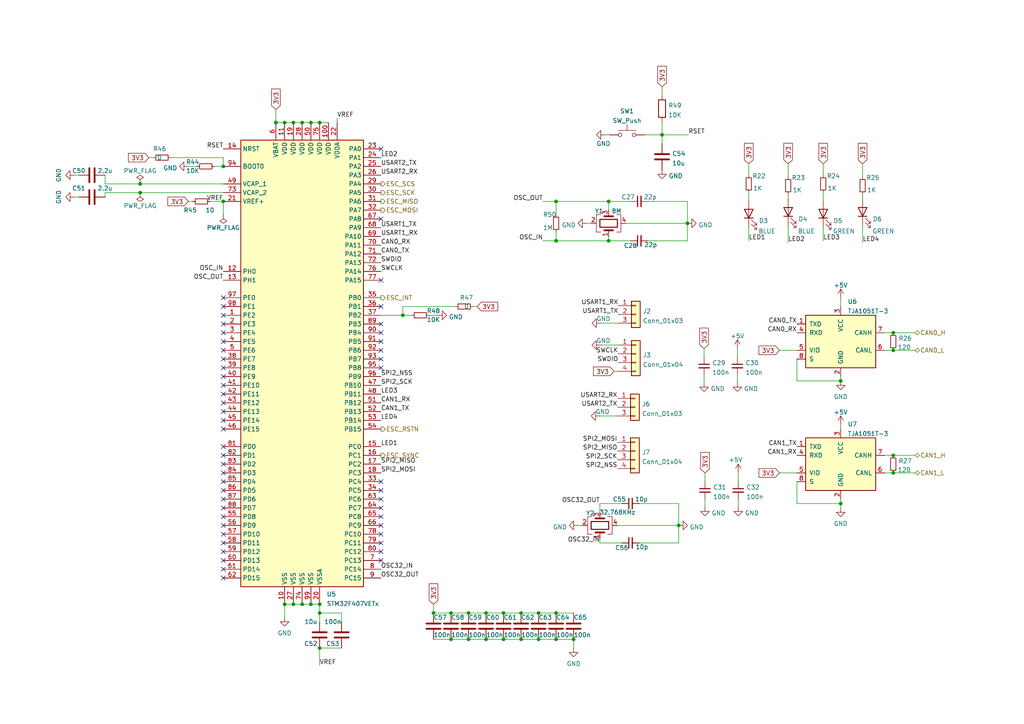
<source format=kicad_sch>
(kicad_sch (version 20211123) (generator eeschema)
  (paper "A4")
  (lib_symbols
    (symbol "Connector_Generic:Conn_01x03" (pin_names (offset 1.016) hide)
      (property "Reference" "J" (at 0 5.08 0))
      (property "Value" "Conn_01x03" (at 0 -5.08 0))
      (symbol "Conn_01x03_1_1"
        (rectangle (start -1.27 -2.413) (end 0 -2.667) (stroke (width 0.1524)))
        (rectangle (start -1.27 0.127) (end 0 -0.127) (stroke (width 0.1524)))
        (rectangle (start -1.27 2.667) (end 0 2.413) (stroke (width 0.1524)))
        (rectangle (start -1.27 3.81) (end 1.27 -3.81) (stroke (width 0.254)) (fill (type background)))
        (pin passive line (at -5.08 2.54 0) (length 3.81) (name "Pin_1") (number "1"))
        (pin passive line (at -5.08 0 0) (length 3.81) (name "Pin_2") (number "2"))
        (pin passive line (at -5.08 -2.54 0) (length 3.81) (name "Pin_3") (number "3"))
      )
    )
    (symbol "Connector_Generic:Conn_01x04" (pin_names (offset 1.016) hide)
      (property "Reference" "J" (at 0 5.08 0))
      (property "Value" "Conn_01x04" (at 0 -7.62 0))
      (symbol "Conn_01x04_1_1"
        (rectangle (start -1.27 -4.953) (end 0 -5.207) (stroke (width 0.1524)))
        (rectangle (start -1.27 -2.413) (end 0 -2.667) (stroke (width 0.1524)))
        (rectangle (start -1.27 0.127) (end 0 -0.127) (stroke (width 0.1524)))
        (rectangle (start -1.27 2.667) (end 0 2.413) (stroke (width 0.1524)))
        (rectangle (start -1.27 3.81) (end 1.27 -6.35) (stroke (width 0.254)) (fill (type background)))
        (pin passive line (at -5.08 2.54 0) (length 3.81) (name "Pin_1") (number "1"))
        (pin passive line (at -5.08 0 0) (length 3.81) (name "Pin_2") (number "2"))
        (pin passive line (at -5.08 -2.54 0) (length 3.81) (name "Pin_3") (number "3"))
        (pin passive line (at -5.08 -5.08 0) (length 3.81) (name "Pin_4") (number "4"))
      )
    )
    (symbol "Device:C" (pin_numbers hide) (pin_names (offset 0.254))
      (property "Reference" "C" (at 0.635 2.54 0))
      (property "Value" "C" (at 0.635 -2.54 0))
      (symbol "C_0_1"
        (polyline (pts (xy -2.032 -0.762) (xy 2.032 -0.762)) (stroke (width 0.508)))
        (polyline (pts (xy -2.032 0.762) (xy 2.032 0.762)) (stroke (width 0.508)))
      )
      (symbol "C_1_1"
        (pin passive line (at 0 3.81 270) (length 2.794) (name "~") (number "1"))
        (pin passive line (at 0 -3.81 90) (length 2.794) (name "~") (number "2"))
      )
    )
    (symbol "Device:C_Small" (pin_numbers hide) (pin_names (offset 0.254) hide)
      (property "Reference" "C" (at 0.254 1.778 0))
      (property "Value" "C_Small" (at 0.254 -2.032 0))
      (symbol "C_Small_0_1"
        (polyline (pts (xy -1.524 -0.508) (xy 1.524 -0.508)) (stroke (width 0.3302)))
        (polyline (pts (xy -1.524 0.508) (xy 1.524 0.508)) (stroke (width 0.3048)))
      )
      (symbol "C_Small_1_1"
        (pin passive line (at 0 2.54 270) (length 2.032) (name "~") (number "1"))
        (pin passive line (at 0 -2.54 90) (length 2.032) (name "~") (number "2"))
      )
    )
    (symbol "Device:Crystal_GND24" (pin_names (offset 1.016) hide)
      (property "Reference" "Y" (at 3.175 5.08 0))
      (property "Value" "Crystal_GND24" (at 3.175 3.175 0))
      (symbol "Crystal_GND24_0_1"
        (rectangle (start -1.143 2.54) (end 1.143 -2.54) (stroke (width 0.3048)))
        (polyline (pts (xy -2.54 0) (xy -2.032 0)))
        (polyline (pts (xy -2.032 -1.27) (xy -2.032 1.27)) (stroke (width 0.508)))
        (polyline (pts (xy 0 -3.81) (xy 0 -3.556)))
        (polyline (pts (xy 0 3.556) (xy 0 3.81)))
        (polyline (pts (xy 2.032 -1.27) (xy 2.032 1.27)) (stroke (width 0.508)))
        (polyline (pts (xy 2.032 0) (xy 2.54 0)))
        (polyline (pts (xy -2.54 -2.286) (xy -2.54 -3.556) (xy 2.54 -3.556) (xy 2.54 -2.286)))
        (polyline (pts (xy -2.54 2.286) (xy -2.54 3.556) (xy 2.54 3.556) (xy 2.54 2.286)))
      )
      (symbol "Crystal_GND24_1_1"
        (pin passive line (at -3.81 0 0) (length 1.27) (name "1") (number "1"))
        (pin passive line (at 0 5.08 270) (length 1.27) (name "2") (number "2"))
        (pin passive line (at 3.81 0 180) (length 1.27) (name "3") (number "3"))
        (pin passive line (at 0 -5.08 90) (length 1.27) (name "4") (number "4"))
      )
    )
    (symbol "Device:LED" (pin_numbers hide) (pin_names (offset 1.016) hide)
      (property "Reference" "D" (at 0 2.54 0))
      (property "Value" "LED" (at 0 -2.54 0))
      (symbol "LED_0_1"
        (polyline (pts (xy -1.27 -1.27) (xy -1.27 1.27)) (stroke (width 0.254)))
        (polyline (pts (xy -1.27 0) (xy 1.27 0)))
        (polyline (pts (xy 1.27 -1.27) (xy 1.27 1.27) (xy -1.27 0) (xy 1.27 -1.27)) (stroke (width 0.254)))
        (polyline (pts (xy -3.048 -0.762) (xy -4.572 -2.286) (xy -3.81 -2.286) (xy -4.572 -2.286) (xy -4.572 -1.524)))
        (polyline (pts (xy -1.778 -0.762) (xy -3.302 -2.286) (xy -2.54 -2.286) (xy -3.302 -2.286) (xy -3.302 -1.524)))
      )
      (symbol "LED_1_1"
        (pin passive line (at -3.81 0 0) (length 2.54) (name "K") (number "1"))
        (pin passive line (at 3.81 0 180) (length 2.54) (name "A") (number "2"))
      )
    )
    (symbol "Device:R" (pin_numbers hide) (pin_names (offset 0))
      (property "Reference" "R" (at 2.032 0 90))
      (property "Value" "R" (at 0 0 90))
      (symbol "R_0_1"
        (rectangle (start -1.016 -2.54) (end 1.016 2.54) (stroke (width 0.254)))
      )
      (symbol "R_1_1"
        (pin passive line (at 0 3.81 270) (length 1.27) (name "~") (number "1"))
        (pin passive line (at 0 -3.81 90) (length 1.27) (name "~") (number "2"))
      )
    )
    (symbol "Device:R_Small" (pin_numbers hide) (pin_names (offset 0.254) hide)
      (property "Reference" "R" (at 0.762 0.508 0))
      (property "Value" "R_Small" (at 0.762 -1.016 0))
      (symbol "R_Small_0_1"
        (rectangle (start -0.762 1.778) (end 0.762 -1.778) (stroke (width 0.2032)))
      )
      (symbol "R_Small_1_1"
        (pin passive line (at 0 2.54 270) (length 0.762) (name "~") (number "1"))
        (pin passive line (at 0 -2.54 90) (length 0.762) (name "~") (number "2"))
      )
    )
    (symbol "Interface_CAN_LIN:TJA1051T-3" (pin_names (offset 1.016))
      (property "Reference" "U" (at -10.16 8.89 0))
      (property "Value" "TJA1051T-3" (at 1.27 8.89 0))
      (symbol "TJA1051T-3_0_1"
        (rectangle (start -10.16 7.62) (end 10.16 -7.62) (stroke (width 0.254)) (fill (type background)))
      )
      (symbol "TJA1051T-3_1_1"
        (pin input line (at -12.7 5.08 0) (length 2.54) (name "TXD") (number "1"))
        (pin power_in line (at 0 -10.16 90) (length 2.54) (name "GND") (number "2"))
        (pin power_in line (at 0 10.16 270) (length 2.54) (name "VCC") (number "3"))
        (pin output line (at -12.7 2.54 0) (length 2.54) (name "RXD") (number "4"))
        (pin power_in line (at -12.7 -2.54 0) (length 2.54) (name "VIO") (number "5"))
        (pin bidirectional line (at 12.7 -2.54 180) (length 2.54) (name "CANL") (number "6"))
        (pin bidirectional line (at 12.7 2.54 180) (length 2.54) (name "CANH") (number "7"))
        (pin input line (at -12.7 -5.08 0) (length 2.54) (name "S") (number "8"))
      )
    )
    (symbol "MCU_ST_STM32F4:STM32F407VETx"
      (property "Reference" "U" (at -17.78 64.77 0))
      (property "Value" "STM32F407VETx" (at 12.7 64.77 0))
      (symbol "STM32F407VETx_0_1"
        (rectangle (start -17.78 -66.04) (end 17.78 63.5) (stroke (width 0.254)) (fill (type background)))
      )
      (symbol "STM32F407VETx_1_1"
        (pin bidirectional line (at -22.86 12.7 0) (length 5.08) (name "PE2") (number "1"))
        (pin power_in line (at -5.08 -71.12 90) (length 5.08) (name "VSS") (number "10"))
        (pin power_in line (at 7.62 68.58 270) (length 5.08) (name "VDD") (number "100"))
        (pin power_in line (at -5.08 68.58 270) (length 5.08) (name "VDD") (number "11"))
        (pin input line (at -22.86 25.4 0) (length 5.08) (name "PH0") (number "12"))
        (pin input line (at -22.86 22.86 0) (length 5.08) (name "PH1") (number "13"))
        (pin input line (at -22.86 60.96 0) (length 5.08) (name "NRST") (number "14"))
        (pin bidirectional line (at 22.86 -25.4 180) (length 5.08) (name "PC0") (number "15"))
        (pin bidirectional line (at 22.86 -27.94 180) (length 5.08) (name "PC1") (number "16"))
        (pin bidirectional line (at 22.86 -30.48 180) (length 5.08) (name "PC2") (number "17"))
        (pin bidirectional line (at 22.86 -33.02 180) (length 5.08) (name "PC3") (number "18"))
        (pin power_in line (at -2.54 68.58 270) (length 5.08) (name "VDD") (number "19"))
        (pin bidirectional line (at -22.86 10.16 0) (length 5.08) (name "PE3") (number "2"))
        (pin power_in line (at 5.08 -71.12 90) (length 5.08) (name "VSSA") (number "20"))
        (pin power_in line (at -22.86 45.72 0) (length 5.08) (name "VREF+") (number "21"))
        (pin power_in line (at 10.16 68.58 270) (length 5.08) (name "VDDA") (number "22"))
        (pin bidirectional line (at 22.86 60.96 180) (length 5.08) (name "PA0") (number "23"))
        (pin bidirectional line (at 22.86 58.42 180) (length 5.08) (name "PA1") (number "24"))
        (pin bidirectional line (at 22.86 55.88 180) (length 5.08) (name "PA2") (number "25"))
        (pin bidirectional line (at 22.86 53.34 180) (length 5.08) (name "PA3") (number "26"))
        (pin power_in line (at -2.54 -71.12 90) (length 5.08) (name "VSS") (number "27"))
        (pin power_in line (at 0 68.58 270) (length 5.08) (name "VDD") (number "28"))
        (pin bidirectional line (at 22.86 50.8 180) (length 5.08) (name "PA4") (number "29"))
        (pin bidirectional line (at -22.86 7.62 0) (length 5.08) (name "PE4") (number "3"))
        (pin bidirectional line (at 22.86 48.26 180) (length 5.08) (name "PA5") (number "30"))
        (pin bidirectional line (at 22.86 45.72 180) (length 5.08) (name "PA6") (number "31"))
        (pin bidirectional line (at 22.86 43.18 180) (length 5.08) (name "PA7") (number "32"))
        (pin bidirectional line (at 22.86 -35.56 180) (length 5.08) (name "PC4") (number "33"))
        (pin bidirectional line (at 22.86 -38.1 180) (length 5.08) (name "PC5") (number "34"))
        (pin bidirectional line (at 22.86 17.78 180) (length 5.08) (name "PB0") (number "35"))
        (pin bidirectional line (at 22.86 15.24 180) (length 5.08) (name "PB1") (number "36"))
        (pin bidirectional line (at 22.86 12.7 180) (length 5.08) (name "PB2") (number "37"))
        (pin bidirectional line (at -22.86 0 0) (length 5.08) (name "PE7") (number "38"))
        (pin bidirectional line (at -22.86 -2.54 0) (length 5.08) (name "PE8") (number "39"))
        (pin bidirectional line (at -22.86 5.08 0) (length 5.08) (name "PE5") (number "4"))
        (pin bidirectional line (at -22.86 -5.08 0) (length 5.08) (name "PE9") (number "40"))
        (pin bidirectional line (at -22.86 -7.62 0) (length 5.08) (name "PE10") (number "41"))
        (pin bidirectional line (at -22.86 -10.16 0) (length 5.08) (name "PE11") (number "42"))
        (pin bidirectional line (at -22.86 -12.7 0) (length 5.08) (name "PE12") (number "43"))
        (pin bidirectional line (at -22.86 -15.24 0) (length 5.08) (name "PE13") (number "44"))
        (pin bidirectional line (at -22.86 -17.78 0) (length 5.08) (name "PE14") (number "45"))
        (pin bidirectional line (at -22.86 -20.32 0) (length 5.08) (name "PE15") (number "46"))
        (pin bidirectional line (at 22.86 -7.62 180) (length 5.08) (name "PB10") (number "47"))
        (pin bidirectional line (at 22.86 -10.16 180) (length 5.08) (name "PB11") (number "48"))
        (pin power_in line (at -22.86 50.8 0) (length 5.08) (name "VCAP_1") (number "49"))
        (pin bidirectional line (at -22.86 2.54 0) (length 5.08) (name "PE6") (number "5"))
        (pin power_in line (at 2.54 68.58 270) (length 5.08) (name "VDD") (number "50"))
        (pin bidirectional line (at 22.86 -12.7 180) (length 5.08) (name "PB12") (number "51"))
        (pin bidirectional line (at 22.86 -15.24 180) (length 5.08) (name "PB13") (number "52"))
        (pin bidirectional line (at 22.86 -17.78 180) (length 5.08) (name "PB14") (number "53"))
        (pin bidirectional line (at 22.86 -20.32 180) (length 5.08) (name "PB15") (number "54"))
        (pin bidirectional line (at -22.86 -45.72 0) (length 5.08) (name "PD8") (number "55"))
        (pin bidirectional line (at -22.86 -48.26 0) (length 5.08) (name "PD9") (number "56"))
        (pin bidirectional line (at -22.86 -50.8 0) (length 5.08) (name "PD10") (number "57"))
        (pin bidirectional line (at -22.86 -53.34 0) (length 5.08) (name "PD11") (number "58"))
        (pin bidirectional line (at -22.86 -55.88 0) (length 5.08) (name "PD12") (number "59"))
        (pin power_in line (at -7.62 68.58 270) (length 5.08) (name "VBAT") (number "6"))
        (pin bidirectional line (at -22.86 -58.42 0) (length 5.08) (name "PD13") (number "60"))
        (pin bidirectional line (at -22.86 -60.96 0) (length 5.08) (name "PD14") (number "61"))
        (pin bidirectional line (at -22.86 -63.5 0) (length 5.08) (name "PD15") (number "62"))
        (pin bidirectional line (at 22.86 -40.64 180) (length 5.08) (name "PC6") (number "63"))
        (pin bidirectional line (at 22.86 -43.18 180) (length 5.08) (name "PC7") (number "64"))
        (pin bidirectional line (at 22.86 -45.72 180) (length 5.08) (name "PC8") (number "65"))
        (pin bidirectional line (at 22.86 -48.26 180) (length 5.08) (name "PC9") (number "66"))
        (pin bidirectional line (at 22.86 40.64 180) (length 5.08) (name "PA8") (number "67"))
        (pin bidirectional line (at 22.86 38.1 180) (length 5.08) (name "PA9") (number "68"))
        (pin bidirectional line (at 22.86 35.56 180) (length 5.08) (name "PA10") (number "69"))
        (pin bidirectional line (at 22.86 -58.42 180) (length 5.08) (name "PC13") (number "7"))
        (pin bidirectional line (at 22.86 33.02 180) (length 5.08) (name "PA11") (number "70"))
        (pin bidirectional line (at 22.86 30.48 180) (length 5.08) (name "PA12") (number "71"))
        (pin bidirectional line (at 22.86 27.94 180) (length 5.08) (name "PA13") (number "72"))
        (pin power_in line (at -22.86 48.26 0) (length 5.08) (name "VCAP_2") (number "73"))
        (pin power_in line (at 0 -71.12 90) (length 5.08) (name "VSS") (number "74"))
        (pin power_in line (at 5.08 68.58 270) (length 5.08) (name "VDD") (number "75"))
        (pin bidirectional line (at 22.86 25.4 180) (length 5.08) (name "PA14") (number "76"))
        (pin bidirectional line (at 22.86 22.86 180) (length 5.08) (name "PA15") (number "77"))
        (pin bidirectional line (at 22.86 -50.8 180) (length 5.08) (name "PC10") (number "78"))
        (pin bidirectional line (at 22.86 -53.34 180) (length 5.08) (name "PC11") (number "79"))
        (pin bidirectional line (at 22.86 -60.96 180) (length 5.08) (name "PC14") (number "8"))
        (pin bidirectional line (at 22.86 -55.88 180) (length 5.08) (name "PC12") (number "80"))
        (pin bidirectional line (at -22.86 -25.4 0) (length 5.08) (name "PD0") (number "81"))
        (pin bidirectional line (at -22.86 -27.94 0) (length 5.08) (name "PD1") (number "82"))
        (pin bidirectional line (at -22.86 -30.48 0) (length 5.08) (name "PD2") (number "83"))
        (pin bidirectional line (at -22.86 -33.02 0) (length 5.08) (name "PD3") (number "84"))
        (pin bidirectional line (at -22.86 -35.56 0) (length 5.08) (name "PD4") (number "85"))
        (pin bidirectional line (at -22.86 -38.1 0) (length 5.08) (name "PD5") (number "86"))
        (pin bidirectional line (at -22.86 -40.64 0) (length 5.08) (name "PD6") (number "87"))
        (pin bidirectional line (at -22.86 -43.18 0) (length 5.08) (name "PD7") (number "88"))
        (pin bidirectional line (at 22.86 10.16 180) (length 5.08) (name "PB3") (number "89"))
        (pin bidirectional line (at 22.86 -63.5 180) (length 5.08) (name "PC15") (number "9"))
        (pin bidirectional line (at 22.86 7.62 180) (length 5.08) (name "PB4") (number "90"))
        (pin bidirectional line (at 22.86 5.08 180) (length 5.08) (name "PB5") (number "91"))
        (pin bidirectional line (at 22.86 2.54 180) (length 5.08) (name "PB6") (number "92"))
        (pin bidirectional line (at 22.86 0 180) (length 5.08) (name "PB7") (number "93"))
        (pin input line (at -22.86 55.88 0) (length 5.08) (name "BOOT0") (number "94"))
        (pin bidirectional line (at 22.86 -2.54 180) (length 5.08) (name "PB8") (number "95"))
        (pin bidirectional line (at 22.86 -5.08 180) (length 5.08) (name "PB9") (number "96"))
        (pin bidirectional line (at -22.86 17.78 0) (length 5.08) (name "PE0") (number "97"))
        (pin bidirectional line (at -22.86 15.24 0) (length 5.08) (name "PE1") (number "98"))
        (pin power_in line (at 2.54 -71.12 90) (length 5.08) (name "VSS") (number "99"))
      )
    )
    (symbol "Switch:SW_Push" (pin_numbers hide) (pin_names (offset 1.016) hide)
      (property "Reference" "SW" (at 1.27 2.54 0))
      (property "Value" "SW_Push" (at 0 -1.524 0))
      (symbol "SW_Push_0_1"
        (circle (center -2.032 0) (radius 0.508))
        (polyline (pts (xy 0 1.27) (xy 0 3.048)))
        (polyline (pts (xy 2.54 1.27) (xy -2.54 1.27)))
        (circle (center 2.032 0) (radius 0.508))
        (pin passive line (at -5.08 0 0) (length 2.54) (name "1") (number "1"))
        (pin passive line (at 5.08 0 180) (length 2.54) (name "2") (number "2"))
      )
    )
    (symbol "power:+5V" (power) (pin_names (offset 0))
      (property "Value" "+5V" (at 0 3.556 0))
      (symbol "+5V_0_1"
        (polyline (pts (xy -0.762 1.27) (xy 0 2.54)))
        (polyline (pts (xy 0 0) (xy 0 2.54)))
        (polyline (pts (xy 0 2.54) (xy 0.762 1.27)))
      )
      (symbol "+5V_1_1"
        (pin power_in line (at 0 0 90) (length 0) hide (name "+5V") (number "1"))
      )
    )
    (symbol "power:GND" (power) (pin_names (offset 0))
      (property "Value" "GND" (at 0 -3.81 0))
      (symbol "GND_0_1"
        (polyline (pts (xy 0 0) (xy 0 -1.27) (xy 1.27 -1.27) (xy 0 -2.54) (xy -1.27 -1.27) (xy 0 -1.27)))
      )
      (symbol "GND_1_1"
        (pin power_in line (at 0 0 270) (length 0) hide (name "GND") (number "1"))
      )
    )
    (symbol "power:PWR_FLAG" (power) (pin_numbers hide) (pin_names (offset 0) hide)
      (property "Value" "PWR_FLAG" (at 0 3.81 0))
      (symbol "PWR_FLAG_0_0"
        (pin power_out line (at 0 0 90) (length 0) (name "pwr") (number "1"))
      )
      (symbol "PWR_FLAG_0_1"
        (polyline (pts (xy 0 0) (xy 0 1.27) (xy -1.016 1.905) (xy 0 2.54) (xy 1.016 1.905) (xy 0 1.27)))
      )
    )
  )
  (junction (at 64.77 58.42))
  (junction (at 259.08 137.16))
  (junction (at 196.85 152.4))
  (junction (at 176.53 69.85))
  (junction (at 40.64 53.34))
  (junction (at 90.17 175.26))
  (junction (at 116.84 91.44))
  (junction (at 130.81 177.8))
  (junction (at 87.63 175.26))
  (junction (at 125.73 177.8))
  (junction (at 80.01 35.56))
  (junction (at 151.13 185.42))
  (junction (at 90.17 35.56))
  (junction (at 92.71 187.96))
  (junction (at 161.29 69.85))
  (junction (at 140.97 177.8))
  (junction (at 40.64 55.88))
  (junction (at 135.89 177.8))
  (junction (at 146.05 185.42))
  (junction (at 92.71 177.8))
  (junction (at 92.71 35.56))
  (junction (at 130.81 185.42))
  (junction (at 82.55 35.56))
  (junction (at 161.29 58.42))
  (junction (at 64.77 48.26))
  (junction (at 243.84 110.49))
  (junction (at 243.84 146.05))
  (junction (at 85.09 175.26))
  (junction (at 259.08 132.08))
  (junction (at 161.29 185.42))
  (junction (at 199.39 64.77))
  (junction (at 192.024 39.116))
  (junction (at 92.71 175.26))
  (junction (at 259.08 101.6))
  (junction (at 166.37 185.42))
  (junction (at 259.08 96.52))
  (junction (at 146.05 177.8))
  (junction (at 85.09 35.56))
  (junction (at 82.55 175.26))
  (junction (at 176.53 58.42))
  (junction (at 156.21 185.42))
  (junction (at 140.97 185.42))
  (junction (at 156.21 177.8))
  (junction (at 151.13 177.8))
  (junction (at 87.63 35.56))
  (junction (at 135.89 185.42))
  (junction (at 161.29 177.8))
  (no_connect (at 110.49 88.9))
  (no_connect (at 110.49 81.28))
  (no_connect (at 110.49 43.18))
  (no_connect (at 64.77 139.7))
  (no_connect (at 64.77 137.16))
  (no_connect (at 64.77 134.62))
  (no_connect (at 64.77 132.08))
  (no_connect (at 64.77 129.54))
  (no_connect (at 64.77 124.46))
  (no_connect (at 64.77 121.92))
  (no_connect (at 64.77 119.38))
  (no_connect (at 64.77 116.84))
  (no_connect (at 64.77 114.3))
  (no_connect (at 64.77 111.76))
  (no_connect (at 64.77 109.22))
  (no_connect (at 64.77 106.68))
  (no_connect (at 64.77 104.14))
  (no_connect (at 64.77 101.6))
  (no_connect (at 64.77 86.36))
  (no_connect (at 64.77 99.06))
  (no_connect (at 64.77 96.52))
  (no_connect (at 64.77 93.98))
  (no_connect (at 64.77 91.44))
  (no_connect (at 64.77 88.9))
  (no_connect (at 110.49 147.32))
  (no_connect (at 110.49 149.86))
  (no_connect (at 110.49 152.4))
  (no_connect (at 110.49 154.94))
  (no_connect (at 110.49 157.48))
  (no_connect (at 110.49 160.02))
  (no_connect (at 110.49 162.56))
  (no_connect (at 64.77 154.94))
  (no_connect (at 64.77 152.4))
  (no_connect (at 64.77 149.86))
  (no_connect (at 64.77 147.32))
  (no_connect (at 64.77 144.78))
  (no_connect (at 64.77 142.24))
  (no_connect (at 110.49 139.7))
  (no_connect (at 110.49 142.24))
  (no_connect (at 110.49 144.78))
  (no_connect (at 110.49 101.6))
  (no_connect (at 110.49 104.14))
  (no_connect (at 110.49 106.68))
  (no_connect (at 110.49 93.98))
  (no_connect (at 110.49 96.52))
  (no_connect (at 110.49 99.06))
  (no_connect (at 64.77 167.64))
  (no_connect (at 64.77 165.1))
  (no_connect (at 64.77 162.56))
  (no_connect (at 64.77 160.02))
  (no_connect (at 64.77 157.48))
  (no_connect (at 110.49 63.5))
  (wire (pts (xy 192.024 39.116) (xy 199.644 39.116)))
  (wire (pts (xy 119.38 91.44) (xy 116.84 91.44)))
  (wire (pts (xy 54.61 58.42) (xy 55.88 58.42)))
  (wire (pts (xy 80.01 35.56) (xy 82.55 35.56)))
  (wire (pts (xy 92.71 35.56) (xy 95.25 35.56)))
  (wire (pts (xy 228.6 56.388) (xy 228.6 57.658)))
  (wire (pts (xy 173.99 146.05) (xy 180.34 146.05)))
  (wire (pts (xy 231.14 110.49) (xy 243.84 110.49)))
  (wire (pts (xy 204.216 101.092) (xy 204.216 103.632)))
  (wire (pts (xy 217.17 47.498) (xy 217.17 50.8)))
  (wire (pts (xy 151.13 185.42) (xy 156.21 185.42)))
  (wire (pts (xy 231.14 104.14) (xy 231.14 110.49)))
  (wire (pts (xy 64.77 45.72) (xy 64.77 48.26)))
  (wire (pts (xy 60.96 58.42) (xy 64.77 58.42)))
  (wire (pts (xy 259.08 96.52) (xy 265.43 96.52)))
  (wire (pts (xy 21.59 57.15) (xy 22.86 57.15)))
  (wire (pts (xy 92.71 175.26) (xy 92.71 177.8)))
  (wire (pts (xy 167.64 152.4) (xy 168.91 152.4)))
  (wire (pts (xy 161.29 69.85) (xy 176.53 69.85)))
  (wire (pts (xy 204.47 144.78) (xy 204.47 147.066)))
  (wire (pts (xy 161.29 58.42) (xy 161.29 62.23)))
  (wire (pts (xy 256.54 137.16) (xy 259.08 137.16)))
  (wire (pts (xy 185.42 157.48) (xy 196.85 157.48)))
  (wire (pts (xy 243.84 86.36) (xy 243.84 88.9)))
  (wire (pts (xy 92.71 177.8) (xy 92.71 180.34)))
  (wire (pts (xy 256.54 101.6) (xy 259.08 101.6)))
  (wire (pts (xy 179.07 152.4) (xy 196.85 152.4)))
  (wire (pts (xy 161.29 58.42) (xy 176.53 58.42)))
  (wire (pts (xy 256.54 132.08) (xy 259.08 132.08)))
  (wire (pts (xy 157.48 69.85) (xy 161.29 69.85)))
  (wire (pts (xy 259.08 137.16) (xy 265.43 137.16)))
  (wire (pts (xy 176.53 60.96) (xy 176.53 58.42)))
  (wire (pts (xy 127 91.44) (xy 124.46 91.44)))
  (wire (pts (xy 99.06 187.96) (xy 92.71 187.96)))
  (wire (pts (xy 161.29 177.8) (xy 166.37 177.8)))
  (wire (pts (xy 130.81 185.42) (xy 135.89 185.42)))
  (wire (pts (xy 199.39 64.77) (xy 199.39 69.85)))
  (wire (pts (xy 135.89 185.42) (xy 140.97 185.42)))
  (wire (pts (xy 166.37 185.42) (xy 166.37 187.96)))
  (wire (pts (xy 186.944 39.116) (xy 192.024 39.116)))
  (wire (pts (xy 256.54 96.52) (xy 259.08 96.52)))
  (wire (pts (xy 30.48 55.88) (xy 30.48 57.15)))
  (wire (pts (xy 49.53 45.72) (xy 64.77 45.72)))
  (wire (pts (xy 178.054 107.696) (xy 179.324 107.696)))
  (wire (pts (xy 92.71 177.8) (xy 99.06 177.8)))
  (wire (pts (xy 80.01 31.75) (xy 80.01 35.56)))
  (wire (pts (xy 125.73 175.26) (xy 125.73 177.8)))
  (wire (pts (xy 157.48 58.42) (xy 161.29 58.42)))
  (wire (pts (xy 125.73 177.8) (xy 130.81 177.8)))
  (wire (pts (xy 204.216 108.712) (xy 204.216 110.998)))
  (wire (pts (xy 250.19 47.498) (xy 250.19 51.308)))
  (wire (pts (xy 175.514 39.116) (xy 176.784 39.116)))
  (wire (pts (xy 176.53 58.42) (xy 182.88 58.42)))
  (wire (pts (xy 64.77 55.88) (xy 40.64 55.88)))
  (wire (pts (xy 90.17 175.26) (xy 87.63 175.26)))
  (wire (pts (xy 250.19 56.388) (xy 250.19 57.658)))
  (wire (pts (xy 30.48 53.34) (xy 40.64 53.34)))
  (wire (pts (xy 196.85 152.4) (xy 196.85 157.48)))
  (wire (pts (xy 173.99 148.59) (xy 173.99 146.05)))
  (wire (pts (xy 185.42 146.05) (xy 196.85 146.05)))
  (wire (pts (xy 213.868 101.092) (xy 213.868 103.632)))
  (wire (pts (xy 243.84 123.19) (xy 243.84 124.46)))
  (wire (pts (xy 173.99 156.21) (xy 173.99 157.48)))
  (wire (pts (xy 204.47 137.16) (xy 204.47 139.7)))
  (wire (pts (xy 85.09 175.26) (xy 82.55 175.26)))
  (wire (pts (xy 259.08 132.08) (xy 265.43 132.08)))
  (wire (pts (xy 196.85 146.05) (xy 196.85 152.4)))
  (wire (pts (xy 226.06 101.6) (xy 231.14 101.6)))
  (wire (pts (xy 90.17 35.56) (xy 92.71 35.56)))
  (wire (pts (xy 213.868 108.712) (xy 213.868 110.998)))
  (wire (pts (xy 116.84 88.9) (xy 116.84 91.44)))
  (wire (pts (xy 90.17 175.26) (xy 92.71 175.26)))
  (wire (pts (xy 140.97 185.42) (xy 146.05 185.42)))
  (wire (pts (xy 92.71 187.96) (xy 92.71 193.04)))
  (wire (pts (xy 99.06 177.8) (xy 99.06 180.34)))
  (wire (pts (xy 243.84 146.05) (xy 243.84 147.32)))
  (wire (pts (xy 228.6 65.278) (xy 228.6 70.358)))
  (wire (pts (xy 250.19 65.278) (xy 250.19 70.358)))
  (wire (pts (xy 54.61 48.26) (xy 57.15 48.26)))
  (wire (pts (xy 110.49 91.44) (xy 116.84 91.44)))
  (wire (pts (xy 231.14 139.7) (xy 231.14 146.05)))
  (wire (pts (xy 187.96 69.85) (xy 199.39 69.85)))
  (wire (pts (xy 85.09 35.56) (xy 87.63 35.56)))
  (wire (pts (xy 125.73 185.42) (xy 130.81 185.42)))
  (wire (pts (xy 130.81 177.8) (xy 135.89 177.8)))
  (wire (pts (xy 161.29 185.42) (xy 166.37 185.42)))
  (wire (pts (xy 217.17 65.786) (xy 217.17 69.85)))
  (wire (pts (xy 30.48 53.34) (xy 30.48 50.8)))
  (wire (pts (xy 187.96 58.42) (xy 199.39 58.42)))
  (wire (pts (xy 231.14 146.05) (xy 243.84 146.05)))
  (wire (pts (xy 82.55 35.56) (xy 85.09 35.56)))
  (wire (pts (xy 146.05 185.42) (xy 151.13 185.42)))
  (wire (pts (xy 192.024 35.306) (xy 192.024 39.116)))
  (wire (pts (xy 161.29 67.31) (xy 161.29 69.85)))
  (wire (pts (xy 176.53 68.58) (xy 176.53 69.85)))
  (wire (pts (xy 243.84 144.78) (xy 243.84 146.05)))
  (wire (pts (xy 174.244 100.076) (xy 179.324 100.076)))
  (wire (pts (xy 173.99 157.48) (xy 180.34 157.48)))
  (wire (pts (xy 135.89 177.8) (xy 140.97 177.8)))
  (wire (pts (xy 181.61 64.77) (xy 199.39 64.77)))
  (wire (pts (xy 238.76 65.786) (xy 238.76 69.85)))
  (wire (pts (xy 192.024 39.116) (xy 192.024 41.656)))
  (wire (pts (xy 151.13 177.8) (xy 156.21 177.8)))
  (wire (pts (xy 217.17 55.88) (xy 217.17 58.166)))
  (wire (pts (xy 228.6 47.498) (xy 228.6 51.308)))
  (wire (pts (xy 156.21 177.8) (xy 161.29 177.8)))
  (wire (pts (xy 214.122 144.78) (xy 214.122 147.066)))
  (wire (pts (xy 156.21 185.42) (xy 161.29 185.42)))
  (wire (pts (xy 62.23 48.26) (xy 64.77 48.26)))
  (wire (pts (xy 238.76 47.498) (xy 238.76 50.8)))
  (wire (pts (xy 170.18 64.77) (xy 171.45 64.77)))
  (wire (pts (xy 87.63 175.26) (xy 85.09 175.26)))
  (wire (pts (xy 97.79 34.29) (xy 97.79 35.56)))
  (wire (pts (xy 173.99 120.65) (xy 179.07 120.65)))
  (wire (pts (xy 214.122 137.16) (xy 214.122 139.7)))
  (wire (pts (xy 243.84 109.22) (xy 243.84 110.49)))
  (wire (pts (xy 259.08 101.6) (xy 265.43 101.6)))
  (wire (pts (xy 87.63 35.56) (xy 90.17 35.56)))
  (wire (pts (xy 21.59 50.8) (xy 22.86 50.8)))
  (wire (pts (xy 82.55 175.26) (xy 82.55 179.07)))
  (wire (pts (xy 138.43 88.9) (xy 137.16 88.9)))
  (wire (pts (xy 64.77 58.42) (xy 64.77 62.23)))
  (wire (pts (xy 43.18 45.72) (xy 44.45 45.72)))
  (wire (pts (xy 174.244 93.726) (xy 179.324 93.726)))
  (wire (pts (xy 238.76 55.88) (xy 238.76 58.166)))
  (wire (pts (xy 40.64 55.88) (xy 30.48 55.88)))
  (wire (pts (xy 132.08 88.9) (xy 116.84 88.9)))
  (wire (pts (xy 176.53 69.85) (xy 182.88 69.85)))
  (wire (pts (xy 40.64 53.34) (xy 64.77 53.34)))
  (wire (pts (xy 199.39 58.42) (xy 199.39 64.77)))
  (wire (pts (xy 226.06 137.16) (xy 231.14 137.16)))
  (wire (pts (xy 146.05 177.8) (xy 151.13 177.8)))
  (wire (pts (xy 192.024 25.146) (xy 192.024 27.686)))
  (wire (pts (xy 140.97 177.8) (xy 146.05 177.8)))
  (label "OSC_OUT" (at 157.48 58.42 180))
  (label "SWCLK" (at 110.49 78.74 0))
  (label "LED4" (at 250.19 70.358 0))
  (label "LED2" (at 228.6 70.358 0))
  (label "USART2_RX" (at 179.07 115.57 180))
  (label "USART1_RX" (at 179.324 88.646 180))
  (label "OSC_IN" (at 157.48 69.85 180))
  (label "SPI2_MOSI" (at 110.49 137.16 0))
  (label "CAN0_RX" (at 231.14 96.52 180))
  (label "OSC32_IN" (at 173.99 157.48 180))
  (label "SPI2_SCK" (at 110.49 111.76 0))
  (label "SPI2_MOSI" (at 179.07 128.27 180))
  (label "USART1_TX" (at 179.324 91.186 180))
  (label "SPI2_MISO" (at 179.07 130.81 180))
  (label "USART1_TX" (at 110.49 66.04 0))
  (label "LED3" (at 238.76 69.85 0))
  (label "USART1_RX" (at 110.49 68.58 0))
  (label "LED4" (at 110.49 121.92 0))
  (label "CAN0_TX" (at 110.49 73.66 0))
  (label "USART2_TX" (at 179.07 118.11 180))
  (label "OSC32_OUT" (at 110.49 167.64 0))
  (label "SPI2_SCK" (at 179.07 133.35 180))
  (label "RSET" (at 199.644 39.116 0))
  (label "LED1" (at 110.49 129.54 0))
  (label "SPI2_NSS" (at 110.49 109.22 0))
  (label "CAN0_RX" (at 110.49 71.12 0))
  (label "SWCLK" (at 179.324 102.616 180))
  (label "LED3" (at 110.49 114.3 0))
  (label "USART2_RX" (at 110.49 50.8 0))
  (label "LED2" (at 110.49 45.72 0))
  (label "USART2_TX" (at 110.49 48.26 0))
  (label "LED1" (at 217.17 69.85 0))
  (label "CAN1_TX" (at 231.14 129.54 180))
  (label "SWDIO" (at 179.324 105.156 180))
  (label "OSC_IN" (at 64.77 78.74 180))
  (label "CAN1_RX" (at 110.49 116.84 0))
  (label "RSET" (at 64.77 43.18 180))
  (label "SWDIO" (at 110.49 76.2 0))
  (label "OSC32_IN" (at 110.49 165.1 0))
  (label "OSC32_OUT" (at 173.99 146.05 180))
  (label "CAN1_TX" (at 110.49 119.38 0))
  (label "CAN0_TX" (at 231.14 93.98 180))
  (label "VREF" (at 92.71 193.04 0))
  (label "VREF" (at 97.79 34.29 0))
  (label "VREF" (at 64.77 58.42 180))
  (label "CAN1_RX" (at 231.14 132.08 180))
  (label "OSC_OUT" (at 64.77 81.28 180))
  (label "SPI2_NSS" (at 179.07 135.89 180))
  (label "SPI2_MISO" (at 110.49 134.62 0))
  (global_label "3V3" (shape input) (at 238.76 47.498 90) (property "Intersheet References" "${INTERSHEET_REFS}" (effects hide)))
  (global_label "3V3" (shape input) (at 217.17 47.498 90) (property "Intersheet References" "${INTERSHEET_REFS}" (effects hide)))
  (global_label "3V3" (shape input) (at 204.216 101.092 90) (property "Intersheet References" "${INTERSHEET_REFS}" (effects hide)))
  (global_label "3V3" (shape input) (at 43.18 45.72 180) (property "Intersheet References" "${INTERSHEET_REFS}" (effects hide)))
  (global_label "3V3" (shape input) (at 192.024 25.146 90) (property "Intersheet References" "${INTERSHEET_REFS}" (effects hide)))
  (global_label "3V3" (shape input) (at 204.47 137.16 90) (property "Intersheet References" "${INTERSHEET_REFS}" (effects hide)))
  (global_label "3V3" (shape input) (at 54.61 58.42 180) (property "Intersheet References" "${INTERSHEET_REFS}" (effects hide)))
  (global_label "3V3" (shape input) (at 138.43 88.9 0) (property "Intersheet References" "${INTERSHEET_REFS}" (effects hide)))
  (global_label "3V3" (shape input) (at 125.73 175.26 90) (property "Intersheet References" "${INTERSHEET_REFS}" (effects hide)))
  (global_label "3V3" (shape input) (at 80.01 31.75 90) (property "Intersheet References" "${INTERSHEET_REFS}" (effects hide)))
  (global_label "3V3" (shape input) (at 228.6 47.498 90) (property "Intersheet References" "${INTERSHEET_REFS}" (effects hide)))
  (global_label "3V3" (shape input) (at 178.054 107.696 180) (property "Intersheet References" "${INTERSHEET_REFS}" (effects hide)))
  (global_label "3V3" (shape input) (at 226.06 137.16 180) (property "Intersheet References" "${INTERSHEET_REFS}" (effects hide)))
  (global_label "3V3" (shape input) (at 250.19 47.498 90) (property "Intersheet References" "${INTERSHEET_REFS}" (effects hide)))
  (global_label "3V3" (shape input) (at 226.06 101.6 180) (property "Intersheet References" "${INTERSHEET_REFS}" (effects hide)))
  (hierarchical_label "ESC_MOSI" (shape output) (at 110.49 60.96 0))
  (hierarchical_label "CAN1_L" (shape bidirectional) (at 265.43 137.16 0))
  (hierarchical_label "CAN0_L" (shape bidirectional) (at 265.43 101.6 0))
  (hierarchical_label "ESC_SYNC" (shape output) (at 110.49 132.08 0))
  (hierarchical_label "ESC_RSTN" (shape output) (at 110.49 124.46 0))
  (hierarchical_label "CAN0_H" (shape bidirectional) (at 265.43 96.52 0))
  (hierarchical_label "CAN1_H" (shape bidirectional) (at 265.43 132.08 0))
  (hierarchical_label "ESC_INT" (shape output) (at 110.49 86.36 0))
  (hierarchical_label "ESC_MISO" (shape output) (at 110.49 58.42 0))
  (hierarchical_label "ESC_SCK" (shape output) (at 110.49 55.88 0))
  (hierarchical_label "ESC_SCS" (shape output) (at 110.49 53.34 0))
  (symbol (lib_id "power:GND") (at 82.55 179.07 0) (unit 1)
    (property "Reference" "#PWR0145" (effects hide))
    (property "Value" "GND" (at 82.55 183.6325 0))
  )
  (symbol (lib_id "power:GND") (at 21.59 57.15 270) (unit 1)
    (property "Reference" "#PWR0191" (effects hide))
    (property "Value" "GND" (at 17.0275 57.15 0))
  )
  (symbol (lib_id "Device:C") (at 26.67 50.8 90) (unit 1)
    (property "Reference" "C50" (at 22.86 49.53 90))
    (property "Value" "2.2u" (at 30.48 49.53 90))
    (property "Footprint" "Capacitor_SMD:C_0603_1608Metric" (effects hide))
  )
  (symbol (lib_id "Device:C") (at 130.81 181.61 0) (unit 1)
    (property "Reference" "C58" (at 130.81 179.07 0) (effects (justify left)))
    (property "Value" "100n" (at 130.81 184.15 0) (effects (justify left)))
    (property "Footprint" "Capacitor_SMD:C_0603_1608Metric" (effects hide))
  )
  (symbol (lib_id "Device:C_Small") (at 213.868 106.172 0) (unit 1)
    (property "Reference" "C30" (at 216.1921 105.2698 0) (effects (justify left)))
    (property "Value" "100n" (at 216.1921 108.0449 0) (effects (justify left)))
    (property "Footprint" "Capacitor_SMD:C_0603_1608Metric" (effects hide))
  )
  (symbol (lib_id "Device:LED") (at 238.76 61.976 90) (unit 1)
    (property "Reference" "D5" (at 241.681 64.0425 90) (effects (justify right)))
    (property "Value" "GREEN" (at 241.554 67.056 90) (effects (justify right)))
    (property "Footprint" "LED_SMD:LED_0603_1608Metric" (effects hide))
  )
  (symbol (lib_id "Device:R_Small") (at 259.08 99.06 0) (unit 1)
    (property "Reference" "R26" (at 260.5786 98.1515 0) (effects (justify left)))
    (property "Value" "120" (at 260.35 100.711 0) (effects (justify left)))
    (property "Footprint" "Resistor_SMD:R_0603_1608Metric" (effects hide))
  )
  (symbol (lib_id "power:GND") (at 175.514 39.116 270) (unit 1)
    (property "Reference" "#PWR0195" (effects hide))
    (property "Value" "GND" (at 172.974 41.656 90) (effects (justify left)))
  )
  (symbol (lib_id "power:GND") (at 174.244 100.076 270) (unit 1)
    (property "Reference" "#PWR0152" (effects hide))
    (property "Value" "GND" (at 172.974 98.806 90) (effects (justify left)))
  )
  (symbol (lib_id "Device:LED") (at 228.6 61.468 90) (unit 1)
    (property "Reference" "D4" (at 231.521 63.5345 90) (effects (justify right)))
    (property "Value" "BLUE" (at 231.394 67.056 90) (effects (justify right)))
    (property "Footprint" "LED_SMD:LED_0603_1608Metric" (effects hide))
  )
  (symbol (lib_id "power:PWR_FLAG") (at 40.64 55.88 180) (unit 1)
    (property "Reference" "#FLG0111" (effects hide))
    (property "Value" "PWR_FLAG" (at 40.64 59.69 0))
  )
  (symbol (lib_id "Device:C_Small") (at 185.42 69.85 90) (unit 1)
    (property "Reference" "C28" (at 182.88 71.247 90))
    (property "Value" "22p" (at 188.722 70.993 90))
    (property "Footprint" "Capacitor_SMD:C_0603_1608Metric" (effects hide))
  )
  (symbol (lib_id "Connector_Generic:Conn_01x04") (at 184.15 130.81 0) (unit 1)
    (property "Reference" "J7" (at 186.182 131.1715 0) (effects (justify left)))
    (property "Value" "Conn_01x04" (at 186.182 133.9466 0) (effects (justify left)))
    (property "Footprint" "Connector_JST:JST_GH_SM04B-GHS-TB_1x04-1MP_P1.25mm_Horizontal" (effects hide))
  )
  (symbol (lib_id "power:+5V") (at 243.84 86.36 0) (unit 1)
    (property "Reference" "#PWR0159" (effects hide))
    (property "Value" "+5V" (at 243.84 82.7555 0))
  )
  (symbol (lib_id "Device:LED") (at 217.17 61.976 90) (unit 1)
    (property "Reference" "D3" (at 220.091 64.0425 90) (effects (justify right)))
    (property "Value" "BLUE" (at 219.964 67.056 90) (effects (justify right)))
    (property "Footprint" "LED_SMD:LED_0603_1608Metric" (effects hide))
  )
  (symbol (lib_id "Device:R_Small") (at 121.92 91.44 270) (mirror x) (unit 1)
    (property "Reference" "R48" (at 125.73 90.17 90))
    (property "Value" "10K" (at 125.73 92.71 90))
    (property "Footprint" "Resistor_SMD:R_0603_1608Metric" (effects hide))
  )
  (symbol (lib_id "Device:C_Small") (at 182.88 157.48 90) (unit 1)
    (property "Reference" "C56" (at 180.34 158.877 90))
    (property "Value" "10p" (at 186.182 158.623 90))
    (property "Footprint" "Capacitor_SMD:C_0603_1608Metric" (effects hide))
  )
  (symbol (lib_id "power:PWR_FLAG") (at 64.77 62.23 180) (unit 1)
    (property "Reference" "#FLG0113" (effects hide))
    (property "Value" "PWR_FLAG" (at 64.77 66.04 0))
  )
  (symbol (lib_id "Device:C") (at 99.06 184.15 180) (unit 1)
    (property "Reference" "C53" (at 96.52 186.69 0))
    (property "Value" "100n" (at 96.52 180.34 0))
    (property "Footprint" "Capacitor_SMD:C_0603_1608Metric" (effects hide))
  )
  (symbol (lib_id "Interface_CAN_LIN:TJA1051T-3") (at 243.84 99.06 0) (unit 1)
    (property "Reference" "U6" (at 245.8594 87.4735 0) (effects (justify left)))
    (property "Value" "TJA1051T-3" (at 245.8594 90.2486 0) (effects (justify left)))
    (property "Footprint" "Package_SO:SOIC-8_3.9x4.9mm_P1.27mm" (effects hide))
    (property "Datasheet" "http://www.nxp.com/documents/data_sheet/TJA1051.pdf" (effects hide))
  )
  (symbol (lib_id "power:+5V") (at 214.122 137.16 0) (unit 1)
    (property "Reference" "#PWR0148" (effects hide))
    (property "Value" "+5V" (at 213.36 133.35 0))
  )
  (symbol (lib_id "power:GND") (at 199.39 64.77 90) (unit 1)
    (property "Reference" "#PWR0156" (effects hide))
    (property "Value" "GND" (at 202.565 65.249 90) (effects (justify right)))
  )
  (symbol (lib_id "Connector_Generic:Conn_01x03") (at 184.404 91.186 0) (unit 1)
    (property "Reference" "J2" (at 186.436 90.2775 0) (effects (justify left)))
    (property "Value" "Conn_01x03" (at 186.436 93.0526 0) (effects (justify left)))
    (property "Footprint" "Connector_JST:JST_GH_SM03B-GHS-TB_1x03-1MP_P1.25mm_Horizontal" (effects hide))
  )
  (symbol (lib_id "Device:C_Small") (at 204.47 142.24 0) (unit 1)
    (property "Reference" "C31" (at 206.7941 141.3378 0) (effects (justify left)))
    (property "Value" "100n" (at 206.7941 144.1129 0) (effects (justify left)))
    (property "Footprint" "Capacitor_SMD:C_0603_1608Metric" (effects hide))
  )
  (symbol (lib_id "Device:C_Small") (at 185.42 58.42 90) (unit 1)
    (property "Reference" "C27" (at 184.15 57.15 90) (effects (justify left)))
    (property "Value" "22p" (at 186.69 57.15 90) (effects (justify right)))
    (property "Footprint" "Capacitor_SMD:C_0603_1608Metric" (effects hide))
  )
  (symbol (lib_id "Device:C") (at 151.13 181.61 0) (unit 1)
    (property "Reference" "C62" (at 151.13 179.07 0) (effects (justify left)))
    (property "Value" "100n" (at 151.13 184.15 0) (effects (justify left)))
    (property "Footprint" "Capacitor_SMD:C_0603_1608Metric" (effects hide))
  )
  (symbol (lib_id "Interface_CAN_LIN:TJA1051T-3") (at 243.84 134.62 0) (unit 1)
    (property "Reference" "U7" (at 245.8594 123.0335 0) (effects (justify left)))
    (property "Value" "TJA1051T-3" (at 245.8594 125.8086 0) (effects (justify left)))
    (property "Footprint" "Package_SO:SOIC-8_3.9x4.9mm_P1.27mm" (effects hide))
    (property "Datasheet" "http://www.nxp.com/documents/data_sheet/TJA1051.pdf" (effects hide))
  )
  (symbol (lib_id "Device:R_Small") (at 46.99 45.72 270) (unit 1)
    (property "Reference" "R46" (at 48.26 43.18 90) (effects (justify right)))
    (property "Value" "0" (at 46.99 45.72 90) (effects (justify right)))
    (property "Footprint" "Resistor_SMD:R_0603_1608Metric" (effects hide))
  )
  (symbol (lib_id "power:+5V") (at 213.868 101.092 0) (unit 1)
    (property "Reference" "#PWR0150" (effects hide))
    (property "Value" "+5V" (at 213.868 97.4875 0))
  )
  (symbol (lib_id "power:GND") (at 170.18 64.77 270) (unit 1)
    (property "Reference" "#PWR0157" (effects hide))
    (property "Value" "GND" (at 167.0051 65.249 90) (effects (justify right)))
  )
  (symbol (lib_id "Device:C") (at 26.67 57.15 90) (unit 1)
    (property "Reference" "C51" (at 22.86 54.61 90))
    (property "Value" "2.2u" (at 30.48 54.61 90))
    (property "Footprint" "Capacitor_SMD:C_0603_1608Metric" (effects hide))
  )
  (symbol (lib_id "MCU_ST_STM32F4:STM32F407VETx") (at 87.63 104.14 0) (unit 1)
    (property "Reference" "U5" (at 94.7294 172.3295 0) (effects (justify left)))
    (property "Value" "STM32F407VETx" (at 94.7294 175.1046 0) (effects (justify left)))
    (property "Footprint" "Package_QFP:LQFP-100_14x14mm_P0.5mm" (effects hide))
    (property "Datasheet" "http://www.st.com/st-web-ui/static/active/en/resource/technical/document/datasheet/DM00037051.pdf" (effects hide))
  )
  (symbol (lib_id "Device:R_Small") (at 59.69 48.26 90) (unit 1)
    (property "Reference" "R44" (at 55.88 46.99 90))
    (property "Value" "10K" (at 55.88 49.53 90))
    (property "Footprint" "Resistor_SMD:R_0603_1608Metric" (effects hide))
  )
  (symbol (lib_id "Device:LED") (at 250.19 61.468 90) (unit 1)
    (property "Reference" "D6" (at 253.111 63.5345 90) (effects (justify right)))
    (property "Value" "GREEN" (at 252.984 67.056 90) (effects (justify right)))
    (property "Footprint" "LED_SMD:LED_0603_1608Metric" (effects hide))
  )
  (symbol (lib_id "Device:R") (at 192.024 31.496 0) (unit 1)
    (property "Reference" "R49" (at 193.802 30.5875 0) (effects (justify left)))
    (property "Value" "10K" (at 193.802 33.3626 0) (effects (justify left)))
    (property "Footprint" "Resistor_SMD:R_0603_1608Metric" (effects hide))
  )
  (symbol (lib_id "Device:C") (at 146.05 181.61 0) (unit 1)
    (property "Reference" "C61" (at 146.05 179.07 0) (effects (justify left)))
    (property "Value" "100n" (at 146.05 184.15 0) (effects (justify left)))
    (property "Footprint" "Capacitor_SMD:C_0603_1608Metric" (effects hide))
  )
  (symbol (lib_id "power:GND") (at 21.59 50.8 270) (unit 1)
    (property "Reference" "#PWR0151" (effects hide))
    (property "Value" "GND" (at 17.0275 50.8 0))
  )
  (symbol (lib_id "power:GND") (at 243.84 110.49 0) (unit 1)
    (property "Reference" "#PWR0141" (effects hide))
    (property "Value" "GND" (at 243.84 115.0525 0))
  )
  (symbol (lib_id "Device:R_Small") (at 161.29 64.77 180) (unit 1)
    (property "Reference" "R50" (at 157.48 62.23 0) (effects (justify right)))
    (property "Value" "1M" (at 157.48 66.04 0) (effects (justify right)))
    (property "Footprint" "Resistor_SMD:R_0603_1608Metric" (effects hide))
  )
  (symbol (lib_id "Device:C") (at 166.37 181.61 0) (unit 1)
    (property "Reference" "C65" (at 166.37 179.07 0) (effects (justify left)))
    (property "Value" "100n" (at 166.37 184.15 0) (effects (justify left)))
    (property "Footprint" "Capacitor_SMD:C_0603_1608Metric" (effects hide))
  )
  (symbol (lib_id "Device:R_Small") (at 250.19 53.848 180) (unit 1)
    (property "Reference" "R25" (at 251.206 51.562 0) (effects (justify right)))
    (property "Value" "1K" (at 251.46 55.118 0) (effects (justify right)))
    (property "Footprint" "Resistor_SMD:R_0603_1608Metric" (effects hide))
  )
  (symbol (lib_id "power:PWR_FLAG") (at 40.64 53.34 0) (unit 1)
    (property "Reference" "#FLG0112" (effects hide))
    (property "Value" "PWR_FLAG" (at 40.64 49.53 0))
  )
  (symbol (lib_id "Device:C") (at 161.29 181.61 0) (unit 1)
    (property "Reference" "C64" (at 161.29 179.07 0) (effects (justify left)))
    (property "Value" "100n" (at 161.29 184.15 0) (effects (justify left)))
    (property "Footprint" "Capacitor_SMD:C_0603_1608Metric" (effects hide))
  )
  (symbol (lib_id "Device:C") (at 125.73 181.61 0) (unit 1)
    (property "Reference" "C57" (at 125.73 179.07 0) (effects (justify left)))
    (property "Value" "100n" (at 125.73 184.15 0) (effects (justify left)))
    (property "Footprint" "Capacitor_SMD:C_0603_1608Metric" (effects hide))
  )
  (symbol (lib_id "Device:C") (at 140.97 181.61 0) (unit 1)
    (property "Reference" "C60" (at 140.97 179.07 0) (effects (justify left)))
    (property "Value" "100n" (at 140.97 184.15 0) (effects (justify left)))
    (property "Footprint" "Capacitor_SMD:C_0603_1608Metric" (effects hide))
  )
  (symbol (lib_id "Device:C") (at 135.89 181.61 0) (unit 1)
    (property "Reference" "C59" (at 135.89 179.07 0) (effects (justify left)))
    (property "Value" "100n" (at 135.89 184.15 0) (effects (justify left)))
    (property "Footprint" "Capacitor_SMD:C_0603_1608Metric" (effects hide))
  )
  (symbol (lib_id "Device:C_Small") (at 204.216 106.172 0) (unit 1)
    (property "Reference" "C29" (at 206.5401 105.2698 0) (effects (justify left)))
    (property "Value" "100n" (at 206.5401 108.0449 0) (effects (justify left)))
    (property "Footprint" "Capacitor_SMD:C_0603_1608Metric" (effects hide))
  )
  (symbol (lib_id "Connector_Generic:Conn_01x03") (at 184.15 118.11 0) (unit 1)
    (property "Reference" "J6" (at 186.182 117.2015 0) (effects (justify left)))
    (property "Value" "Conn_01x03" (at 186.182 119.9766 0) (effects (justify left)))
    (property "Footprint" "Connector_JST:JST_GH_SM03B-GHS-TB_1x03-1MP_P1.25mm_Horizontal" (effects hide))
  )
  (symbol (lib_id "Device:C") (at 156.21 181.61 0) (unit 1)
    (property "Reference" "C63" (at 156.21 179.07 0) (effects (justify left)))
    (property "Value" "100n" (at 156.21 184.15 0) (effects (justify left)))
    (property "Footprint" "Capacitor_SMD:C_0603_1608Metric" (effects hide))
  )
  (symbol (lib_id "Device:R_Small") (at 238.76 53.34 180) (unit 1)
    (property "Reference" "R24" (at 239.776 51.054 0) (effects (justify right)))
    (property "Value" "1K" (at 240.03 54.61 0) (effects (justify right)))
    (property "Footprint" "Resistor_SMD:R_0603_1608Metric" (effects hide))
  )
  (symbol (lib_id "Device:R_Small") (at 58.42 58.42 270) (unit 1)
    (property "Reference" "R45" (at 57.15 60.96 90) (effects (justify right)))
    (property "Value" "10" (at 62.23 60.96 90) (effects (justify right)))
    (property "Footprint" "Resistor_SMD:R_0603_1608Metric" (effects hide))
  )
  (symbol (lib_id "Device:R_Small") (at 134.62 88.9 90) (mirror x) (unit 1)
    (property "Reference" "R47" (at 133.35 86.36 90) (effects (justify right)))
    (property "Value" "0" (at 134.62 88.9 90) (effects (justify right)))
    (property "Footprint" "Resistor_SMD:R_0603_1608Metric" (effects hide))
  )
  (symbol (lib_id "Device:Crystal_GND24") (at 173.99 152.4 90) (unit 1)
    (property "Reference" "Y2" (at 171.196 148.844 90))
    (property "Value" "32.768KHz" (at 179.07 148.59 90))
    (property "Footprint" "Crystal:Crystal_SMD_3225-4Pin_3.2x2.5mm" (effects hide))
  )
  (symbol (lib_id "Device:Crystal_GND24") (at 176.53 64.77 90) (unit 1)
    (property "Reference" "Y1" (at 173.736 61.214 90))
    (property "Value" "8M" (at 178.816 61.214 90))
    (property "Footprint" "Crystal:Crystal_SMD_3225-4Pin_3.2x2.5mm" (effects hide))
  )
  (symbol (lib_id "power:GND") (at 127 91.44 90) (mirror x) (unit 1)
    (property "Reference" "#PWR0192" (effects hide))
    (property "Value" "GND" (at 130.1749 91.919 90) (effects (justify right)))
  )
  (symbol (lib_id "power:GND") (at 173.99 120.65 270) (unit 1)
    (property "Reference" "#PWR0193" (effects hide))
    (property "Value" "GND" (at 172.72 119.38 90) (effects (justify left)))
  )
  (symbol (lib_id "power:GND") (at 167.64 152.4 270) (unit 1)
    (property "Reference" "#PWR0196" (effects hide))
    (property "Value" "GND" (at 164.4651 152.879 90) (effects (justify right)))
  )
  (symbol (lib_id "power:GND") (at 243.84 147.32 0) (unit 1)
    (property "Reference" "#PWR0143" (effects hide))
    (property "Value" "GND" (at 243.84 151.8825 0))
  )
  (symbol (lib_id "Connector_Generic:Conn_01x04") (at 184.404 102.616 0) (unit 1)
    (property "Reference" "J3" (at 186.436 102.9775 0) (effects (justify left)))
    (property "Value" "Conn_01x04" (at 186.436 105.7526 0) (effects (justify left)))
    (property "Footprint" "Connector_JST:JST_GH_SM04B-GHS-TB_1x04-1MP_P1.25mm_Horizontal" (effects hide))
  )
  (symbol (lib_id "power:GND") (at 54.61 48.26 270) (unit 1)
    (property "Reference" "#PWR0146" (effects hide))
    (property "Value" "GND" (at 51.4351 48.739 90) (effects (justify right)))
  )
  (symbol (lib_id "Device:R_Small") (at 228.6 53.848 180) (unit 1)
    (property "Reference" "R23" (at 229.616 51.562 0) (effects (justify right)))
    (property "Value" "1K" (at 229.87 55.118 0) (effects (justify right)))
    (property "Footprint" "Resistor_SMD:R_0603_1608Metric" (effects hide))
  )
  (symbol (lib_id "Device:R_Small") (at 217.17 53.34 180) (unit 1)
    (property "Reference" "R22" (at 218.186 51.054 0) (effects (justify right)))
    (property "Value" "1K" (at 218.44 54.61 0) (effects (justify right)))
    (property "Footprint" "Resistor_SMD:R_0603_1608Metric" (effects hide))
  )
  (symbol (lib_id "power:GND") (at 204.216 110.998 0) (unit 1)
    (property "Reference" "#PWR0149" (effects hide))
    (property "Value" "GND" (at 206.121 112.747 0) (effects (justify left)))
  )
  (symbol (lib_id "Device:C_Small") (at 214.122 142.24 0) (unit 1)
    (property "Reference" "C32" (at 216.4461 141.3378 0) (effects (justify left)))
    (property "Value" "100n" (at 216.4461 144.1129 0) (effects (justify left)))
    (property "Footprint" "Capacitor_SMD:C_0603_1608Metric" (effects hide))
  )
  (symbol (lib_id "power:GND") (at 192.024 49.276 0) (unit 1)
    (property "Reference" "#PWR0194" (effects hide))
    (property "Value" "GND" (at 193.929 51.025 0) (effects (justify left)))
  )
  (symbol (lib_id "power:GND") (at 166.37 187.96 0) (unit 1)
    (property "Reference" "#PWR0144" (effects hide))
    (property "Value" "GND" (at 166.37 192.5225 0))
  )
  (symbol (lib_id "power:GND") (at 214.122 147.066 0) (unit 1)
    (property "Reference" "#PWR0154" (effects hide))
    (property "Value" "GND" (at 216.027 148.815 0) (effects (justify left)))
  )
  (symbol (lib_id "Switch:SW_Push") (at 181.864 39.116 0) (unit 1)
    (property "Reference" "SW1" (at 181.864 32.2285 0))
    (property "Value" "SW_Push" (at 181.864 35.0036 0))
    (property "Footprint" "Button_Switch_SMD:SW_SPST_FSMSM" (effects hide))
  )
  (symbol (lib_id "power:GND") (at 204.47 147.066 0) (unit 1)
    (property "Reference" "#PWR0155" (effects hide))
    (property "Value" "GND" (at 206.375 148.815 0) (effects (justify left)))
  )
  (symbol (lib_id "Device:C") (at 192.024 45.466 180) (unit 1)
    (property "Reference" "C54" (at 194.945 44.5575 0) (effects (justify right)))
    (property "Value" "10u" (at 194.945 47.3326 0) (effects (justify right)))
    (property "Footprint" "Capacitor_SMD:C_0603_1608Metric" (effects hide))
  )
  (symbol (lib_id "power:GND") (at 174.244 93.726 270) (unit 1)
    (property "Reference" "#PWR0153" (effects hide))
    (property "Value" "GND" (at 172.974 92.456 90) (effects (justify left)))
  )
  (symbol (lib_id "Device:R_Small") (at 259.08 134.62 0) (unit 1)
    (property "Reference" "R27" (at 260.5786 133.7115 0) (effects (justify left)))
    (property "Value" "120" (at 260.35 136.271 0) (effects (justify left)))
    (property "Footprint" "Resistor_SMD:R_0603_1608Metric" (effects hide))
  )
  (symbol (lib_id "power:GND") (at 196.85 152.4 90) (unit 1)
    (property "Reference" "#PWR0197" (effects hide))
    (property "Value" "GND" (at 200.025 152.879 90) (effects (justify right)))
  )
  (symbol (lib_id "power:GND") (at 213.868 110.998 0) (unit 1)
    (property "Reference" "#PWR0147" (effects hide))
    (property "Value" "GND" (at 215.773 112.747 0) (effects (justify left)))
  )
  (symbol (lib_id "Device:C_Small") (at 182.88 146.05 90) (unit 1)
    (property "Reference" "C55" (at 181.61 144.78 90) (effects (justify left)))
    (property "Value" "10p" (at 184.15 144.78 90) (effects (justify right)))
    (property "Footprint" "Capacitor_SMD:C_0603_1608Metric" (effects hide))
  )
  (symbol (lib_id "Device:C") (at 92.71 184.15 180) (unit 1)
    (property "Reference" "C52" (at 90.17 186.69 0))
    (property "Value" "10u" (at 90.17 180.34 0))
    (property "Footprint" "Capacitor_SMD:C_0603_1608Metric" (effects hide))
  )
  (symbol (lib_id "power:+5V") (at 243.84 123.19 0) (unit 1)
    (property "Reference" "#PWR0142" (effects hide))
    (property "Value" "+5V" (at 243.84 119.5855 0))
  )
)
</source>
